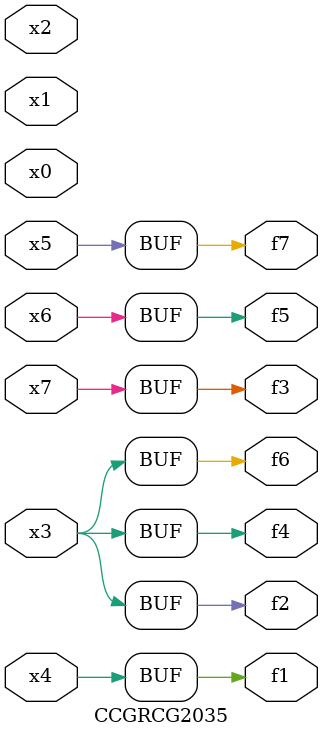
<source format=v>
module CCGRCG2035(
	input x0, x1, x2, x3, x4, x5, x6, x7,
	output f1, f2, f3, f4, f5, f6, f7
);
	assign f1 = x4;
	assign f2 = x3;
	assign f3 = x7;
	assign f4 = x3;
	assign f5 = x6;
	assign f6 = x3;
	assign f7 = x5;
endmodule

</source>
